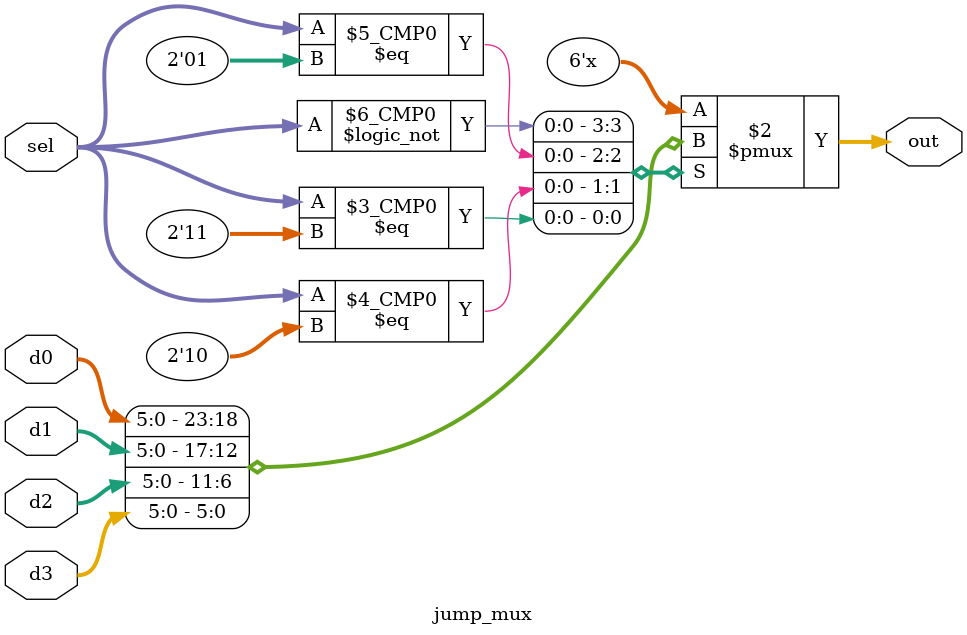
<source format=v>
module jump_mux #(parameter N = 6)
(input[N-1:0] d0,d1,d2,d3,
input [1:0] sel,
output reg [N-1:0] out);

always@(*)
 begin
	case(sel)
	2'b00: out <= d0;
	2'b01: out <= d1;
	2'b10: out <= d2;
	2'b11: out <= d3;
	default: out <= d1;
	
	endcase
 end

endmodule 
</source>
